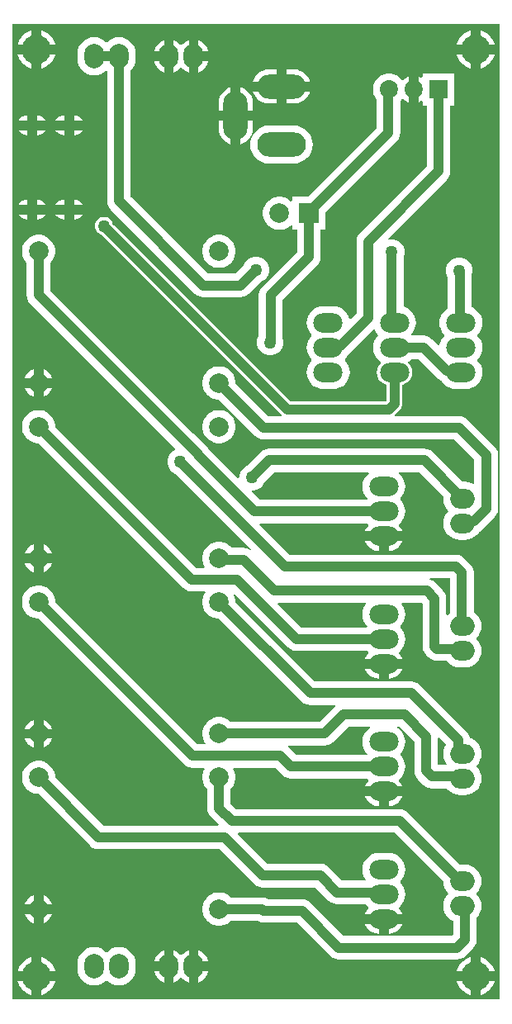
<source format=gbr>
G04*
G04 #@! TF.GenerationSoftware,Altium Limited,Altium Designer,24.2.2 (26)*
G04*
G04 Layer_Physical_Order=2*
G04 Layer_Color=16711680*
%FSLAX44Y44*%
%MOMM*%
G71*
G04*
G04 #@! TF.SameCoordinates,26981B9A-845B-47AF-AE02-24A449A504A3*
G04*
G04*
G04 #@! TF.FilePolarity,Positive*
G04*
G01*
G75*
%ADD38C,1.0000*%
%ADD40C,1.8600*%
%ADD41R,1.8600X1.8600*%
%ADD42O,2.0000X1.0000*%
%ADD43O,3.0000X2.0000*%
%ADD44O,5.0000X2.5000*%
%ADD45O,2.5000X5.0000*%
%ADD46O,2.0000X2.5000*%
%ADD47C,2.0000*%
%ADD48R,2.0000X2.0000*%
%ADD49O,2.5000X2.0000*%
%ADD50C,1.2700*%
%ADD51C,3.0000*%
G36*
X500000Y794D02*
X0D01*
Y1000709D01*
X205Y1000794D01*
X500000D01*
Y794D01*
D02*
G37*
%LPC*%
G36*
X109444Y987582D02*
X106111Y987254D01*
X102906Y986282D01*
X99953Y984703D01*
X97365Y982579D01*
X96123D01*
X93534Y984703D01*
X90581Y986282D01*
X87376Y987254D01*
X84044Y987582D01*
X80711Y987254D01*
X77506Y986282D01*
X74553Y984703D01*
X71965Y982579D01*
X69840Y979990D01*
X68262Y977037D01*
X67290Y973833D01*
X66961Y970500D01*
Y965500D01*
X67290Y962167D01*
X68262Y958963D01*
X69840Y956010D01*
X71965Y953421D01*
X74553Y951297D01*
X77506Y949718D01*
X80711Y948746D01*
X84044Y948418D01*
X87376Y948746D01*
X90581Y949718D01*
X93534Y951297D01*
X96070Y953378D01*
X96293Y953348D01*
X97340Y952903D01*
Y819557D01*
X97752Y816424D01*
X98961Y813505D01*
X100885Y810998D01*
X187442Y724442D01*
X189948Y722518D01*
X192867Y721309D01*
X196000Y720896D01*
X234000D01*
X237133Y721309D01*
X240052Y722518D01*
X242558Y724442D01*
X254503Y736385D01*
X255153Y736560D01*
X258197Y738317D01*
X260683Y740803D01*
X262440Y743847D01*
X263350Y747242D01*
Y750758D01*
X262440Y754153D01*
X260683Y757197D01*
X258197Y759683D01*
X255153Y761440D01*
X251758Y762350D01*
X248242D01*
X244847Y761440D01*
X241803Y759683D01*
X239317Y757197D01*
X237560Y754153D01*
X237386Y753503D01*
X228987Y745104D01*
X201014D01*
X121547Y824570D01*
Y953451D01*
X123647Y956010D01*
X125225Y958963D01*
X126198Y962167D01*
X126526Y965500D01*
Y970500D01*
X126198Y973833D01*
X125225Y977037D01*
X123647Y979990D01*
X121523Y982579D01*
X118934Y984703D01*
X115981Y986282D01*
X112776Y987254D01*
X109444Y987582D01*
D02*
G37*
G36*
X480000Y994397D02*
Y980000D01*
X494397D01*
X494231Y980834D01*
X492724Y984473D01*
X490535Y987749D01*
X487749Y990535D01*
X484473Y992723D01*
X480834Y994231D01*
X480000Y994397D01*
D02*
G37*
G36*
X470000D02*
X469166Y994231D01*
X465526Y992723D01*
X462251Y990535D01*
X459465Y987749D01*
X457276Y984473D01*
X455768Y980834D01*
X455603Y980000D01*
X470000D01*
Y994397D01*
D02*
G37*
G36*
X30000D02*
Y980000D01*
X44397D01*
X44232Y980834D01*
X42724Y984473D01*
X40535Y987749D01*
X37750Y990535D01*
X34474Y992723D01*
X30834Y994231D01*
X30000Y994397D01*
D02*
G37*
G36*
X20000D02*
X19166Y994231D01*
X15527Y992723D01*
X12251Y990535D01*
X9465Y987749D01*
X7276Y984473D01*
X5769Y980834D01*
X5603Y980000D01*
X20000D01*
Y994397D01*
D02*
G37*
G36*
X191000Y984658D02*
Y973000D01*
X200826D01*
X200783Y973440D01*
X199925Y976268D01*
X198532Y978874D01*
X196658Y981158D01*
X194374Y983032D01*
X191768Y984425D01*
X191000Y984658D01*
D02*
G37*
G36*
X155600Y984658D02*
X154832Y984425D01*
X152226Y983032D01*
X149942Y981158D01*
X148068Y978874D01*
X146675Y976268D01*
X145817Y973440D01*
X145774Y973000D01*
X155600D01*
Y984658D01*
D02*
G37*
G36*
X494397Y970000D02*
X480000D01*
Y955602D01*
X480834Y955768D01*
X484473Y957276D01*
X487749Y959465D01*
X490535Y962251D01*
X492724Y965526D01*
X494231Y969166D01*
X494397Y970000D01*
D02*
G37*
G36*
X470000D02*
X455603D01*
X455768Y969166D01*
X457276Y965526D01*
X459465Y962251D01*
X462251Y959465D01*
X465526Y957276D01*
X469166Y955768D01*
X470000Y955602D01*
Y970000D01*
D02*
G37*
G36*
X44397D02*
X30000D01*
Y955602D01*
X30834Y955768D01*
X34474Y957276D01*
X37750Y959465D01*
X40535Y962251D01*
X42724Y965526D01*
X44232Y969166D01*
X44397Y970000D01*
D02*
G37*
G36*
X20000D02*
X5603D01*
X5769Y969166D01*
X7276Y965526D01*
X9465Y962251D01*
X12251Y959465D01*
X15527Y957276D01*
X19166Y955768D01*
X20000Y955602D01*
Y970000D01*
D02*
G37*
G36*
X165600Y984658D02*
Y968000D01*
Y951342D01*
X166368Y951575D01*
X168974Y952968D01*
X171258Y954842D01*
X172482Y956333D01*
X174118D01*
X175342Y954842D01*
X177626Y952968D01*
X180232Y951575D01*
X181000Y951342D01*
Y968000D01*
Y984658D01*
X180232Y984425D01*
X177626Y983032D01*
X175342Y981158D01*
X174118Y979667D01*
X172482D01*
X171258Y981158D01*
X168974Y983032D01*
X166368Y984425D01*
X165600Y984658D01*
D02*
G37*
G36*
X155600Y963000D02*
X145774D01*
X145817Y962560D01*
X146675Y959732D01*
X148068Y957126D01*
X149942Y954842D01*
X152226Y952968D01*
X154832Y951575D01*
X155600Y951342D01*
Y963000D01*
D02*
G37*
G36*
X200826D02*
X191000D01*
Y951342D01*
X191768Y951575D01*
X194374Y952968D01*
X196658Y954842D01*
X198532Y957126D01*
X199925Y959732D01*
X200783Y962560D01*
X200826Y963000D01*
D02*
G37*
G36*
X453300Y950300D02*
X420700D01*
Y946725D01*
X419430Y945992D01*
X417119Y947326D01*
X416600Y947465D01*
Y934000D01*
Y920535D01*
X417119Y920675D01*
X419430Y922009D01*
X420700Y921275D01*
Y917700D01*
X424896D01*
Y855013D01*
X356442Y786559D01*
X354518Y784052D01*
X353309Y781133D01*
X352897Y778000D01*
Y704701D01*
X346906Y698710D01*
X345470Y699070D01*
X344782Y701337D01*
X343204Y704290D01*
X341079Y706879D01*
X338491Y709003D01*
X335537Y710582D01*
X332333Y711554D01*
X329000Y711882D01*
X319000D01*
X315668Y711554D01*
X312463Y710582D01*
X309510Y709003D01*
X306921Y706879D01*
X304797Y704290D01*
X303218Y701337D01*
X302246Y698133D01*
X301918Y694800D01*
X302246Y691467D01*
X303218Y688263D01*
X304797Y685310D01*
X306725Y682961D01*
X306859Y682100D01*
X306725Y681239D01*
X304797Y678890D01*
X303218Y675937D01*
X302246Y672733D01*
X301918Y669400D01*
X302246Y666067D01*
X303218Y662863D01*
X304797Y659910D01*
X306725Y657561D01*
X306859Y656700D01*
X306725Y655839D01*
X304797Y653490D01*
X303218Y650537D01*
X302246Y647333D01*
X301918Y644000D01*
X302246Y640667D01*
X303218Y637463D01*
X304797Y634510D01*
X306921Y631921D01*
X309510Y629797D01*
X312463Y628218D01*
X315668Y627246D01*
X319000Y626918D01*
X329000D01*
X332333Y627246D01*
X335537Y628218D01*
X338491Y629797D01*
X341079Y631921D01*
X343204Y634510D01*
X344782Y637463D01*
X345754Y640667D01*
X346083Y644000D01*
X345754Y647333D01*
X344782Y650537D01*
X343204Y653490D01*
X341276Y655839D01*
X341142Y656700D01*
X341276Y657561D01*
X343204Y659910D01*
X344404Y662156D01*
X345185Y662755D01*
X370098Y687668D01*
X371661Y687435D01*
X372797Y685310D01*
X374725Y682961D01*
X374859Y682100D01*
X374725Y681239D01*
X372797Y678890D01*
X371218Y675937D01*
X370246Y672733D01*
X369918Y669400D01*
X370246Y666067D01*
X371218Y662863D01*
X372797Y659910D01*
X374921Y657321D01*
X377510Y655197D01*
X378084Y654890D01*
X378188Y653624D01*
X377729Y653272D01*
X375645Y650556D01*
X374335Y647394D01*
X373888Y644000D01*
X374335Y640606D01*
X375645Y637444D01*
X377729Y634728D01*
X380444Y632645D01*
X383607Y631335D01*
X383931Y631292D01*
Y615200D01*
X382800Y614069D01*
X285342D01*
X103046Y796365D01*
X102713Y797609D01*
X101482Y799741D01*
X99741Y801482D01*
X97609Y802713D01*
X95231Y803350D01*
X92769D01*
X90391Y802713D01*
X88259Y801482D01*
X86518Y799741D01*
X85287Y797609D01*
X84650Y795231D01*
Y792769D01*
X85287Y790391D01*
X86518Y788259D01*
X88259Y786518D01*
X90391Y785287D01*
X91635Y784954D01*
X276215Y600374D01*
X276178Y599951D01*
X275890Y599104D01*
X263013D01*
X229000Y633116D01*
Y634674D01*
X228347Y637958D01*
X227065Y641052D01*
X225205Y643836D01*
X222837Y646204D01*
X220053Y648065D01*
X216959Y649346D01*
X213674Y649999D01*
X210326D01*
X207041Y649346D01*
X203948Y648065D01*
X201163Y646204D01*
X198795Y643836D01*
X196935Y641052D01*
X195653Y637958D01*
X195000Y634674D01*
Y631325D01*
X195653Y628041D01*
X196935Y624947D01*
X198795Y622163D01*
X201163Y619795D01*
X203948Y617934D01*
X207041Y616653D01*
X210326Y615999D01*
X211883D01*
X249441Y578442D01*
X251948Y576518D01*
X254867Y575309D01*
X257999Y574896D01*
X452987D01*
X473897Y553986D01*
Y530026D01*
X472627Y529265D01*
X470537Y530382D01*
X467333Y531354D01*
X464000Y531682D01*
X461535D01*
X431017Y562200D01*
X428510Y564124D01*
X425591Y565333D01*
X422458Y565746D01*
X263642D01*
X260509Y565333D01*
X257590Y564124D01*
X255083Y562200D01*
X241497Y548615D01*
X240847Y548440D01*
X237803Y546683D01*
X235317Y544197D01*
X233560Y541153D01*
X232650Y537757D01*
Y536126D01*
X231477Y535640D01*
X201133Y565984D01*
X199223Y568473D01*
X188474Y579222D01*
X185984Y581133D01*
X39104Y728013D01*
Y756062D01*
X40205Y757163D01*
X42065Y759947D01*
X43347Y763041D01*
X44000Y766326D01*
Y769674D01*
X43347Y772959D01*
X42065Y776052D01*
X40205Y778837D01*
X37837Y781205D01*
X35053Y783065D01*
X31959Y784346D01*
X28674Y785000D01*
X25326D01*
X22041Y784346D01*
X18948Y783065D01*
X16163Y781205D01*
X13795Y778837D01*
X11935Y776052D01*
X10654Y772959D01*
X10000Y769674D01*
Y766326D01*
X10654Y763041D01*
X11935Y759947D01*
X13795Y757163D01*
X14897Y756062D01*
Y723000D01*
X15309Y719867D01*
X16518Y716948D01*
X18442Y714441D01*
X166971Y565913D01*
X166636Y564451D01*
X164117Y562997D01*
X161632Y560511D01*
X159874Y557467D01*
X158964Y554072D01*
Y550556D01*
X159874Y547161D01*
X161632Y544117D01*
X164117Y541631D01*
X167162Y539874D01*
X167812Y539699D01*
X244671Y462840D01*
X243832Y461883D01*
X243052Y462482D01*
X240133Y463691D01*
X237000Y464104D01*
X225152D01*
X222837Y466418D01*
X220053Y468279D01*
X216959Y469561D01*
X213674Y470214D01*
X210326D01*
X207041Y469561D01*
X203948Y468279D01*
X201163Y466418D01*
X198795Y464051D01*
X196935Y461266D01*
X195653Y458172D01*
X195000Y454888D01*
Y451539D01*
X195653Y448255D01*
X196935Y445161D01*
X197419Y444437D01*
X196820Y443317D01*
X189014D01*
X44000Y588331D01*
Y589888D01*
X43347Y593172D01*
X42065Y596266D01*
X40205Y599051D01*
X37837Y601418D01*
X35053Y603279D01*
X31959Y604560D01*
X28674Y605214D01*
X25326D01*
X22041Y604560D01*
X18948Y603279D01*
X16163Y601418D01*
X13795Y599051D01*
X11935Y596266D01*
X10654Y593172D01*
X10000Y589888D01*
Y586539D01*
X10654Y583255D01*
X11935Y580161D01*
X13795Y577377D01*
X16163Y575009D01*
X18948Y573148D01*
X22041Y571867D01*
X25326Y571214D01*
X26883D01*
X175442Y422655D01*
X177948Y420732D01*
X180868Y419523D01*
X184000Y419110D01*
X197345D01*
X197944Y417990D01*
X196935Y416480D01*
X195653Y413386D01*
X195000Y410102D01*
Y406753D01*
X195653Y403469D01*
X196935Y400375D01*
X198795Y397591D01*
X201163Y395223D01*
X203948Y393362D01*
X207041Y392081D01*
X210326Y391428D01*
X211883D01*
X296869Y306441D01*
X299376Y304518D01*
X302295Y303309D01*
X305428Y302896D01*
X331210D01*
X331618Y301694D01*
X331441Y301558D01*
X315414Y285531D01*
X223938D01*
X222837Y286632D01*
X220053Y288493D01*
X216959Y289774D01*
X213674Y290428D01*
X210326D01*
X207041Y289774D01*
X203948Y288493D01*
X201163Y286632D01*
X198795Y284265D01*
X196935Y281480D01*
X195653Y278386D01*
X195000Y275102D01*
Y271753D01*
X195653Y268469D01*
X196935Y265375D01*
X197944Y263865D01*
X197345Y262745D01*
X189800D01*
X44000Y408545D01*
Y410102D01*
X43347Y413386D01*
X42065Y416480D01*
X40205Y419264D01*
X37837Y421632D01*
X35053Y423493D01*
X31959Y424774D01*
X28674Y425428D01*
X25326D01*
X22041Y424774D01*
X18948Y423493D01*
X16163Y421632D01*
X13795Y419264D01*
X11935Y416480D01*
X10654Y413386D01*
X10000Y410102D01*
Y406753D01*
X10654Y403469D01*
X11935Y400375D01*
X13795Y397591D01*
X16163Y395223D01*
X18948Y393362D01*
X22041Y392081D01*
X25326Y391428D01*
X26883D01*
X176228Y242083D01*
X178734Y240160D01*
X181654Y238950D01*
X184786Y238538D01*
X196820D01*
X197419Y237418D01*
X196935Y236694D01*
X195653Y233600D01*
X195000Y230316D01*
Y226967D01*
X195653Y223683D01*
X196935Y220589D01*
X198795Y217805D01*
X199897Y216703D01*
Y197000D01*
X200309Y193867D01*
X201518Y190948D01*
X203442Y188442D01*
X211606Y180277D01*
X211120Y179104D01*
X93655D01*
X44000Y228759D01*
Y230316D01*
X43347Y233600D01*
X42065Y236694D01*
X40205Y239478D01*
X37837Y241846D01*
X35053Y243707D01*
X31959Y244988D01*
X28674Y245641D01*
X25326D01*
X22041Y244988D01*
X18948Y243707D01*
X16163Y241846D01*
X13795Y239478D01*
X11935Y236694D01*
X10654Y233600D01*
X10000Y230316D01*
Y226967D01*
X10654Y223683D01*
X11935Y220589D01*
X13795Y217805D01*
X16163Y215437D01*
X18948Y213576D01*
X22041Y212295D01*
X25326Y211642D01*
X26883D01*
X80083Y158441D01*
X82590Y156518D01*
X85509Y155309D01*
X88642Y154896D01*
X212987D01*
X248442Y119441D01*
X250948Y117518D01*
X253867Y116309D01*
X257000Y115896D01*
X310987D01*
X324716Y102167D01*
X327223Y100244D01*
X330142Y99035D01*
X333274Y98622D01*
X362371D01*
X363921Y96733D01*
X365480Y95454D01*
Y94390D01*
X365271Y93983D01*
X363468Y91786D01*
X362075Y89180D01*
X361842Y88412D01*
X381000D01*
X400158D01*
X399925Y89180D01*
X398532Y91786D01*
X396730Y93983D01*
X396520Y94390D01*
Y95454D01*
X398079Y96733D01*
X400203Y99322D01*
X401782Y102275D01*
X402754Y105480D01*
X403082Y108812D01*
X402754Y112145D01*
X401782Y115349D01*
X400203Y118303D01*
X398276Y120652D01*
X398141Y121512D01*
X398276Y122373D01*
X400203Y124722D01*
X401782Y127675D01*
X402754Y130880D01*
X403082Y134212D01*
X402754Y137545D01*
X401782Y140749D01*
X400203Y143703D01*
X398079Y146291D01*
X395490Y148416D01*
X392537Y149994D01*
X389333Y150966D01*
X386000Y151294D01*
X376000D01*
X372667Y150966D01*
X369463Y149994D01*
X366510Y148416D01*
X363921Y146291D01*
X361797Y143703D01*
X360218Y140749D01*
X359246Y137545D01*
X358918Y134212D01*
X359246Y130880D01*
X360218Y127675D01*
X361797Y124722D01*
X362408Y123977D01*
X361865Y122829D01*
X338288D01*
X324558Y136559D01*
X322052Y138482D01*
X319133Y139691D01*
X316000Y140104D01*
X262013D01*
X231394Y170723D01*
X231880Y171896D01*
X392066D01*
X441922Y122041D01*
X442246Y118747D01*
X443218Y115543D01*
X444797Y112589D01*
X446725Y110240D01*
X446859Y109380D01*
X446725Y108519D01*
X444797Y106170D01*
X443218Y103217D01*
X442246Y100012D01*
X441918Y96680D01*
X442246Y93347D01*
X443218Y90143D01*
X444797Y87189D01*
X446921Y84601D01*
X449510Y82476D01*
X451897Y81201D01*
Y67014D01*
X450987Y66104D01*
X340013D01*
X305746Y100371D01*
X303240Y102294D01*
X300320Y103503D01*
X297188Y103916D01*
X262311D01*
X262041Y104123D01*
X259122Y105333D01*
X255989Y105745D01*
X223938D01*
X222837Y106846D01*
X220053Y108707D01*
X216959Y109988D01*
X213674Y110642D01*
X210326D01*
X207041Y109988D01*
X203948Y108707D01*
X201163Y106846D01*
X198795Y104478D01*
X196935Y101694D01*
X195653Y98600D01*
X195000Y95316D01*
Y91967D01*
X195653Y88683D01*
X196935Y85589D01*
X198795Y82805D01*
X201163Y80437D01*
X203948Y78576D01*
X207041Y77295D01*
X210326Y76642D01*
X213674D01*
X216959Y77295D01*
X220053Y78576D01*
X222837Y80437D01*
X223938Y81538D01*
X251496D01*
X251766Y81330D01*
X254686Y80121D01*
X257818Y79709D01*
X292174D01*
X326441Y45441D01*
X328948Y43518D01*
X331867Y42309D01*
X335000Y41896D01*
X456000D01*
X459133Y42309D01*
X462052Y43518D01*
X464558Y45441D01*
X472559Y53442D01*
X474482Y55948D01*
X475691Y58867D01*
X476104Y62000D01*
Y84630D01*
X478204Y87189D01*
X479782Y90143D01*
X480754Y93347D01*
X481082Y96680D01*
X480754Y100012D01*
X479782Y103217D01*
X478204Y106170D01*
X476276Y108519D01*
X476142Y109380D01*
X476276Y110240D01*
X478204Y112589D01*
X479782Y115543D01*
X480754Y118747D01*
X481082Y122080D01*
X480754Y125412D01*
X479782Y128617D01*
X478204Y131570D01*
X476079Y134159D01*
X473491Y136283D01*
X470537Y137862D01*
X467333Y138834D01*
X464000Y139162D01*
X459035D01*
X405639Y192558D01*
X403132Y194482D01*
X400213Y195691D01*
X397080Y196103D01*
X230014D01*
X224104Y202013D01*
Y216703D01*
X225205Y217805D01*
X227065Y220589D01*
X228347Y223683D01*
X229000Y226967D01*
Y230316D01*
X228347Y233600D01*
X227065Y236694D01*
X226582Y237418D01*
X227180Y238538D01*
X269885D01*
X277329Y231094D01*
X279836Y229170D01*
X282755Y227961D01*
X285888Y227549D01*
X363951D01*
X365480Y226294D01*
Y225230D01*
X365271Y224823D01*
X363468Y222626D01*
X362075Y220020D01*
X361842Y219252D01*
X381000D01*
X400158D01*
X399925Y220020D01*
X398532Y222626D01*
X396730Y224823D01*
X396520Y225230D01*
Y226294D01*
X398079Y227573D01*
X400203Y230162D01*
X401782Y233115D01*
X402754Y236320D01*
X403082Y239652D01*
X402754Y242985D01*
X401782Y246189D01*
X400203Y249143D01*
X398276Y251492D01*
X398141Y252352D01*
X398276Y253213D01*
X400203Y255562D01*
X401782Y258515D01*
X402754Y261720D01*
X403082Y265052D01*
X402754Y268385D01*
X401782Y271589D01*
X400203Y274543D01*
X398079Y277131D01*
X395490Y279256D01*
X394797Y279626D01*
X395115Y280896D01*
X396987D01*
X412303Y265580D01*
Y235291D01*
X412715Y232158D01*
X413925Y229239D01*
X415848Y226732D01*
X421706Y220875D01*
X424213Y218951D01*
X427132Y217742D01*
X430265Y217330D01*
X445371D01*
X446921Y215441D01*
X449510Y213316D01*
X452463Y211738D01*
X455668Y210766D01*
X459000Y210437D01*
X464000D01*
X467333Y210766D01*
X470537Y211738D01*
X473491Y213316D01*
X476079Y215441D01*
X478204Y218029D01*
X479782Y220983D01*
X480754Y224187D01*
X481082Y227520D01*
X480754Y230852D01*
X479782Y234057D01*
X478204Y237010D01*
X476276Y239359D01*
X476142Y240220D01*
X476276Y241080D01*
X478204Y243429D01*
X479782Y246383D01*
X480754Y249587D01*
X481082Y252920D01*
X480754Y256252D01*
X479782Y259457D01*
X478204Y262410D01*
X476079Y264999D01*
X473491Y267123D01*
X470537Y268702D01*
X469139Y269126D01*
X469054Y269770D01*
X467845Y272689D01*
X465921Y275196D01*
X417559Y323559D01*
X415052Y325482D01*
X412133Y326691D01*
X409000Y327104D01*
X310441D01*
X229000Y408545D01*
Y410102D01*
X228347Y413386D01*
X227390Y415697D01*
X228466Y416417D01*
X282949Y361934D01*
X285456Y360010D01*
X288375Y358801D01*
X291508Y358389D01*
X363951D01*
X365480Y357133D01*
Y356070D01*
X365271Y355663D01*
X363468Y353466D01*
X362075Y350860D01*
X361842Y350092D01*
X381000D01*
X400158D01*
X399925Y350860D01*
X398532Y353466D01*
X396730Y355663D01*
X396520Y356070D01*
Y357133D01*
X398079Y358413D01*
X400203Y361002D01*
X401782Y363955D01*
X402754Y367160D01*
X403082Y370492D01*
X402754Y373825D01*
X401782Y377029D01*
X400203Y379983D01*
X398276Y382332D01*
X398141Y383192D01*
X398276Y384053D01*
X400203Y386402D01*
X401782Y389355D01*
X402754Y392560D01*
X403082Y395892D01*
X402754Y399225D01*
X401782Y402429D01*
X400203Y405383D01*
X399082Y406748D01*
X399626Y407896D01*
X419987D01*
X420896Y406987D01*
Y362858D01*
X421309Y359725D01*
X422518Y356806D01*
X424441Y354299D01*
X427026Y351715D01*
X429533Y349791D01*
X432452Y348582D01*
X435585Y348170D01*
X445371D01*
X446921Y346281D01*
X449510Y344156D01*
X452463Y342578D01*
X455668Y341606D01*
X459000Y341277D01*
X464000D01*
X467333Y341606D01*
X470537Y342578D01*
X473491Y344156D01*
X476079Y346281D01*
X478204Y348869D01*
X479782Y351823D01*
X480754Y355027D01*
X481082Y358360D01*
X480754Y361692D01*
X479782Y364897D01*
X478204Y367850D01*
X476276Y370199D01*
X476142Y371060D01*
X476276Y371920D01*
X478204Y374269D01*
X479782Y377223D01*
X480754Y380427D01*
X481082Y383760D01*
X480754Y387092D01*
X479782Y390297D01*
X478204Y393250D01*
X476079Y395839D01*
X473491Y397963D01*
X473103Y398170D01*
Y439142D01*
X472691Y442275D01*
X471482Y445194D01*
X469558Y447701D01*
X463701Y453559D01*
X461194Y455482D01*
X458275Y456691D01*
X455142Y457104D01*
X284642D01*
X253690Y488055D01*
X254176Y489229D01*
X363951D01*
X365480Y487974D01*
Y486910D01*
X365271Y486503D01*
X363468Y484306D01*
X362075Y481700D01*
X361842Y480932D01*
X381000D01*
X400158D01*
X399925Y481700D01*
X398532Y484306D01*
X396730Y486503D01*
X396520Y486910D01*
Y487974D01*
X398079Y489253D01*
X400203Y491842D01*
X401782Y494795D01*
X402754Y498000D01*
X403082Y501332D01*
X402754Y504665D01*
X401782Y507869D01*
X400203Y510822D01*
X398276Y513172D01*
X398141Y514032D01*
X398276Y514893D01*
X400203Y517242D01*
X401782Y520195D01*
X402754Y523400D01*
X403082Y526732D01*
X402754Y530065D01*
X401782Y533269D01*
X400203Y536222D01*
X398079Y538811D01*
X396303Y540268D01*
X396758Y541538D01*
X417444D01*
X442139Y516844D01*
X441918Y514600D01*
X442246Y511267D01*
X443218Y508063D01*
X444797Y505109D01*
X446725Y502760D01*
X446859Y501900D01*
X446725Y501039D01*
X444797Y498690D01*
X443218Y495737D01*
X442246Y492532D01*
X441918Y489200D01*
X442246Y485867D01*
X443218Y482663D01*
X444797Y479709D01*
X446921Y477121D01*
X449510Y474996D01*
X452463Y473418D01*
X455668Y472446D01*
X459000Y472117D01*
X464000D01*
X467333Y472446D01*
X470537Y473418D01*
X473491Y474996D01*
X476079Y477121D01*
X478204Y479709D01*
X478563Y480382D01*
X479165Y480631D01*
X481671Y482555D01*
X494559Y495442D01*
X496482Y497948D01*
X497691Y500868D01*
X498104Y504000D01*
Y559000D01*
X497691Y562132D01*
X496482Y565051D01*
X494559Y567558D01*
X466558Y595559D01*
X464052Y597482D01*
X461133Y598691D01*
X458000Y599104D01*
X392252D01*
X391964Y599951D01*
X391927Y600374D01*
X397706Y606152D01*
X398988Y607823D01*
X399794Y609770D01*
X400069Y611858D01*
Y631292D01*
X400394Y631335D01*
X403556Y632645D01*
X406272Y634728D01*
X408356Y637444D01*
X409666Y640606D01*
X410112Y644000D01*
X409666Y647394D01*
X408356Y650556D01*
X406272Y653272D01*
X405813Y653624D01*
X405917Y654890D01*
X406491Y655197D01*
X409049Y657297D01*
X416987D01*
X436928Y637355D01*
X439435Y635431D01*
X440551Y634969D01*
X440797Y634510D01*
X442921Y631921D01*
X445510Y629797D01*
X448463Y628218D01*
X451668Y627246D01*
X455000Y626918D01*
X465000D01*
X468333Y627246D01*
X471537Y628218D01*
X474491Y629797D01*
X477079Y631921D01*
X479204Y634510D01*
X480782Y637463D01*
X481754Y640667D01*
X482083Y644000D01*
X481754Y647333D01*
X480782Y650537D01*
X479204Y653490D01*
X477276Y655839D01*
X477142Y656700D01*
X477276Y657561D01*
X479204Y659910D01*
X480782Y662863D01*
X481754Y666067D01*
X482083Y669400D01*
X481754Y672733D01*
X480782Y675937D01*
X479204Y678890D01*
X477276Y681239D01*
X477142Y682100D01*
X477276Y682961D01*
X479204Y685310D01*
X480782Y688263D01*
X481754Y691467D01*
X482083Y694800D01*
X481754Y698133D01*
X480782Y701337D01*
X479204Y704290D01*
X477079Y706879D01*
X474491Y709003D01*
X471537Y710582D01*
X470892Y710778D01*
Y743869D01*
X471622Y746592D01*
Y750108D01*
X470712Y753503D01*
X468954Y756547D01*
X466469Y759033D01*
X463425Y760790D01*
X460029Y761700D01*
X456514D01*
X453119Y760790D01*
X450075Y759033D01*
X447589Y756547D01*
X445831Y753503D01*
X444922Y750108D01*
Y746592D01*
X445831Y743197D01*
X446685Y741719D01*
Y709631D01*
X445510Y709003D01*
X442921Y706879D01*
X440797Y704290D01*
X439218Y701337D01*
X438246Y698133D01*
X437918Y694800D01*
X438246Y691467D01*
X439218Y688263D01*
X440797Y685310D01*
X442725Y682961D01*
X442859Y682100D01*
X442725Y681239D01*
X440797Y678890D01*
X439218Y675937D01*
X438246Y672733D01*
X438171Y671970D01*
X436975Y671542D01*
X430559Y677959D01*
X428052Y679882D01*
X425133Y681091D01*
X422000Y681504D01*
X409598D01*
X409152Y682550D01*
X409123Y682774D01*
X411204Y685310D01*
X412782Y688263D01*
X413754Y691467D01*
X414083Y694800D01*
X413754Y698133D01*
X412782Y701337D01*
X411204Y704290D01*
X409079Y706879D01*
X406491Y709003D01*
X403537Y710582D01*
X401104Y711320D01*
Y761415D01*
X401440Y761999D01*
X402350Y765394D01*
Y768909D01*
X401440Y772304D01*
X399683Y775349D01*
X397197Y777834D01*
X394153Y779592D01*
X390758Y780502D01*
X387243D01*
X386112Y780199D01*
X385454Y781337D01*
X445558Y841441D01*
X447482Y843948D01*
X448691Y846867D01*
X449103Y850000D01*
Y917700D01*
X453300D01*
Y950300D01*
D02*
G37*
G36*
X288500Y954584D02*
X281000D01*
Y942000D01*
X305271D01*
X304746Y943729D01*
X303121Y946769D01*
X300934Y949434D01*
X298270Y951621D01*
X295229Y953246D01*
X291931Y954246D01*
X288500Y954584D01*
D02*
G37*
G36*
X271000D02*
X263500D01*
X260069Y954246D01*
X256771Y953246D01*
X253731Y951621D01*
X251066Y949434D01*
X248879Y946769D01*
X247254Y943729D01*
X246729Y942000D01*
X271000D01*
Y954584D01*
D02*
G37*
G36*
X387805Y950300D02*
X384594D01*
X381445Y949674D01*
X378479Y948445D01*
X375809Y946661D01*
X373539Y944391D01*
X371755Y941721D01*
X370526Y938755D01*
X369900Y935605D01*
Y932395D01*
X370526Y929246D01*
X371755Y926279D01*
X373539Y923609D01*
X373596Y923552D01*
Y894713D01*
X302883Y824000D01*
X287000D01*
Y819701D01*
X285827Y819215D01*
X284837Y820205D01*
X282053Y822065D01*
X278959Y823347D01*
X275674Y824000D01*
X272326D01*
X269042Y823347D01*
X265948Y822065D01*
X263163Y820205D01*
X260795Y817837D01*
X258935Y815053D01*
X257654Y811959D01*
X257000Y808675D01*
Y805326D01*
X257654Y802041D01*
X258935Y798948D01*
X260795Y796163D01*
X263163Y793795D01*
X265948Y791935D01*
X269042Y790654D01*
X272326Y790000D01*
X275674D01*
X278959Y790654D01*
X282053Y791935D01*
X284837Y793795D01*
X285827Y794785D01*
X287000Y794299D01*
Y790000D01*
X291897D01*
Y767014D01*
X256441Y731559D01*
X254518Y729052D01*
X253309Y726133D01*
X252896Y723000D01*
Y681310D01*
X252043Y679831D01*
X251133Y676436D01*
Y672921D01*
X252043Y669525D01*
X253801Y666481D01*
X256286Y663996D01*
X259330Y662238D01*
X262726Y661328D01*
X266241D01*
X269636Y662238D01*
X272680Y663996D01*
X275166Y666481D01*
X276923Y669525D01*
X277833Y672921D01*
Y676436D01*
X277104Y679159D01*
Y717987D01*
X312559Y753442D01*
X314482Y755948D01*
X315691Y758867D01*
X316104Y762000D01*
Y790000D01*
X321000D01*
Y807883D01*
X394258Y881141D01*
X396182Y883648D01*
X397391Y886567D01*
X397803Y889700D01*
Y922552D01*
X398861Y923609D01*
X399305Y924275D01*
X400940Y924436D01*
X402819Y922557D01*
X406080Y920675D01*
X406600Y920535D01*
Y934000D01*
Y947465D01*
X406080Y947326D01*
X402819Y945443D01*
X400940Y943564D01*
X399305Y943725D01*
X398861Y944391D01*
X396590Y946661D01*
X393921Y948445D01*
X390954Y949674D01*
X387805Y950300D01*
D02*
G37*
G36*
X305271Y932000D02*
X281000D01*
Y919415D01*
X288500D01*
X291931Y919753D01*
X295229Y920753D01*
X298270Y922378D01*
X300934Y924565D01*
X303121Y927230D01*
X304746Y930270D01*
X305271Y932000D01*
D02*
G37*
G36*
X271000D02*
X246729D01*
X247254Y930270D01*
X248879Y927230D01*
X251066Y924565D01*
X253731Y922378D01*
X256771Y920753D01*
X260069Y919753D01*
X263500Y919415D01*
X271000D01*
Y932000D01*
D02*
G37*
G36*
X234100Y936310D02*
Y912039D01*
X246685D01*
Y919539D01*
X246347Y922970D01*
X245346Y926269D01*
X243721Y929309D01*
X241534Y931974D01*
X238869Y934161D01*
X235829Y935786D01*
X234100Y936310D01*
D02*
G37*
G36*
X224100Y936310D02*
X222371Y935786D01*
X219331Y934161D01*
X216666Y931974D01*
X214479Y929309D01*
X212854Y926269D01*
X211853Y922970D01*
X211515Y919539D01*
Y912039D01*
X224100D01*
Y936310D01*
D02*
G37*
G36*
X63329Y907286D02*
X63329D01*
Y902200D01*
X72082D01*
X72064Y902243D01*
X70461Y904332D01*
X68373Y905935D01*
X65940Y906943D01*
X63329Y907286D01*
D02*
G37*
G36*
X53329D02*
X53329D01*
X50719Y906943D01*
X48286Y905935D01*
X46197Y904332D01*
X44594Y902243D01*
X44577Y902200D01*
X53329D01*
Y907286D01*
D02*
G37*
G36*
X25329D02*
X25329D01*
Y902200D01*
X34082D01*
X34064Y902243D01*
X32461Y904332D01*
X30373Y905935D01*
X27940Y906943D01*
X25329Y907286D01*
D02*
G37*
G36*
X15329D02*
X15329D01*
X12719Y906943D01*
X10286Y905935D01*
X8197Y904332D01*
X6594Y902243D01*
X6576Y902200D01*
X15329D01*
Y907286D01*
D02*
G37*
G36*
X72082Y892200D02*
X63329D01*
Y887114D01*
X63329D01*
X65940Y887457D01*
X68373Y888465D01*
X70461Y890068D01*
X72064Y892157D01*
X72082Y892200D01*
D02*
G37*
G36*
X53329D02*
X44577D01*
X44594Y892157D01*
X46197Y890068D01*
X48286Y888465D01*
X50719Y887457D01*
X53329Y887114D01*
X53329D01*
Y892200D01*
D02*
G37*
G36*
X34082D02*
X25329D01*
Y887114D01*
X25329D01*
X27940Y887457D01*
X30373Y888465D01*
X32461Y890068D01*
X34064Y892157D01*
X34082Y892200D01*
D02*
G37*
G36*
X15329D02*
X6576D01*
X6594Y892157D01*
X8197Y890068D01*
X10286Y888465D01*
X12719Y887457D01*
X15329Y887114D01*
X15329D01*
Y892200D01*
D02*
G37*
G36*
X224100Y902039D02*
X211515D01*
Y894539D01*
X211853Y891109D01*
X212854Y887810D01*
X214479Y884770D01*
X216666Y882105D01*
X219331Y879918D01*
X222371Y878293D01*
X224100Y877769D01*
Y902039D01*
D02*
G37*
G36*
X246685D02*
X234100D01*
Y877769D01*
X235829Y878293D01*
X238869Y879918D01*
X241534Y882105D01*
X243721Y884770D01*
X245346Y887810D01*
X246347Y891109D01*
X246685Y894539D01*
Y902039D01*
D02*
G37*
G36*
X288500Y897044D02*
X263500D01*
X259677Y896667D01*
X256002Y895552D01*
X252614Y893742D01*
X249645Y891305D01*
X247208Y888336D01*
X245397Y884948D01*
X244282Y881272D01*
X243906Y877449D01*
X244282Y873627D01*
X245397Y869951D01*
X247208Y866563D01*
X249645Y863594D01*
X252614Y861157D01*
X256002Y859347D01*
X259677Y858232D01*
X263500Y857855D01*
X288500D01*
X292323Y858232D01*
X295998Y859347D01*
X299386Y861157D01*
X302355Y863594D01*
X304792Y866563D01*
X306603Y869951D01*
X307718Y873627D01*
X308094Y877449D01*
X307718Y881272D01*
X306603Y884948D01*
X304792Y888336D01*
X302355Y891305D01*
X299386Y893742D01*
X295998Y895552D01*
X292323Y896667D01*
X288500Y897044D01*
D02*
G37*
G36*
X63329Y820886D02*
X63329D01*
Y815800D01*
X72082D01*
X72064Y815843D01*
X70461Y817932D01*
X68373Y819535D01*
X65940Y820543D01*
X63329Y820886D01*
D02*
G37*
G36*
X53329D02*
X53329D01*
X50719Y820543D01*
X48286Y819535D01*
X46197Y817932D01*
X44594Y815843D01*
X44577Y815800D01*
X53329D01*
Y820886D01*
D02*
G37*
G36*
X25329D02*
X25329D01*
Y815800D01*
X34082D01*
X34064Y815843D01*
X32461Y817932D01*
X30373Y819535D01*
X27940Y820543D01*
X25329Y820886D01*
D02*
G37*
G36*
X15329D02*
X15329D01*
X12719Y820543D01*
X10286Y819535D01*
X8197Y817932D01*
X6594Y815843D01*
X6576Y815800D01*
X15329D01*
Y820886D01*
D02*
G37*
G36*
X72082Y805800D02*
X63329D01*
Y800714D01*
X63329D01*
X65940Y801057D01*
X68373Y802065D01*
X70461Y803668D01*
X72064Y805757D01*
X72082Y805800D01*
D02*
G37*
G36*
X53329D02*
X44577D01*
X44594Y805757D01*
X46197Y803668D01*
X48286Y802065D01*
X50719Y801057D01*
X53329Y800714D01*
X53329D01*
Y805800D01*
D02*
G37*
G36*
X34082D02*
X25329D01*
Y800714D01*
X25329D01*
X27940Y801057D01*
X30373Y802065D01*
X32461Y803668D01*
X34064Y805757D01*
X34082Y805800D01*
D02*
G37*
G36*
X15329D02*
X6576D01*
X6594Y805757D01*
X8197Y803668D01*
X10286Y802065D01*
X12719Y801057D01*
X15329Y800714D01*
X15329D01*
Y805800D01*
D02*
G37*
G36*
X213674Y785000D02*
X210326D01*
X207041Y784346D01*
X203948Y783065D01*
X201163Y781205D01*
X198795Y778837D01*
X196935Y776052D01*
X195653Y772959D01*
X195000Y769674D01*
Y766326D01*
X195653Y763041D01*
X196935Y759947D01*
X198795Y757163D01*
X201163Y754795D01*
X203948Y752935D01*
X207041Y751653D01*
X210326Y751000D01*
X213674D01*
X216959Y751653D01*
X220053Y752935D01*
X222837Y754795D01*
X225205Y757163D01*
X227065Y759947D01*
X228347Y763041D01*
X229000Y766326D01*
Y769674D01*
X228347Y772959D01*
X227065Y776052D01*
X225205Y778837D01*
X222837Y781205D01*
X220053Y783065D01*
X216959Y784346D01*
X213674Y785000D01*
D02*
G37*
G36*
X32000Y647164D02*
Y637999D01*
X41165D01*
X40293Y640105D01*
X38651Y642561D01*
X36562Y644651D01*
X34105Y646292D01*
X32000Y647164D01*
D02*
G37*
G36*
X22000D02*
X19895Y646292D01*
X17438Y644651D01*
X15349Y642561D01*
X13707Y640105D01*
X12835Y637999D01*
X22000D01*
Y647164D01*
D02*
G37*
G36*
X41165Y627999D02*
X32000D01*
Y618835D01*
X34105Y619706D01*
X36562Y621348D01*
X38651Y623437D01*
X40293Y625894D01*
X41165Y627999D01*
D02*
G37*
G36*
X22000D02*
X12835D01*
X13707Y625894D01*
X15349Y623437D01*
X17438Y621348D01*
X19895Y619706D01*
X22000Y618835D01*
Y627999D01*
D02*
G37*
G36*
X213674Y605214D02*
X210326D01*
X207041Y604560D01*
X203948Y603279D01*
X201163Y601418D01*
X198795Y599051D01*
X196935Y596266D01*
X195653Y593172D01*
X195000Y589888D01*
Y586539D01*
X195653Y583255D01*
X196935Y580161D01*
X198795Y577377D01*
X201163Y575009D01*
X203948Y573148D01*
X207041Y571867D01*
X210326Y571214D01*
X213674D01*
X216959Y571867D01*
X220053Y573148D01*
X222837Y575009D01*
X225205Y577377D01*
X227065Y580161D01*
X228347Y583255D01*
X229000Y586539D01*
Y589888D01*
X228347Y593172D01*
X227065Y596266D01*
X225205Y599051D01*
X222837Y601418D01*
X220053Y603279D01*
X216959Y604560D01*
X213674Y605214D01*
D02*
G37*
G36*
X400158Y470932D02*
X386000D01*
Y460860D01*
X388941Y461149D01*
X391768Y462007D01*
X394374Y463400D01*
X396658Y465274D01*
X398532Y467558D01*
X399925Y470164D01*
X400158Y470932D01*
D02*
G37*
G36*
X376000D02*
X361842D01*
X362075Y470164D01*
X363468Y467558D01*
X365342Y465274D01*
X367626Y463400D01*
X370232Y462007D01*
X373060Y461149D01*
X376000Y460860D01*
X376000D01*
Y470932D01*
D02*
G37*
G36*
X32000Y467379D02*
Y458214D01*
X41165D01*
X40293Y460319D01*
X38651Y462776D01*
X36562Y464865D01*
X34105Y466507D01*
X32000Y467379D01*
D02*
G37*
G36*
X22000D02*
X19895Y466507D01*
X17438Y464865D01*
X15349Y462776D01*
X13707Y460319D01*
X12835Y458214D01*
X22000D01*
Y467379D01*
D02*
G37*
G36*
X41165Y448214D02*
X32000D01*
Y439049D01*
X34105Y439921D01*
X36562Y441562D01*
X38651Y443652D01*
X40293Y446109D01*
X41165Y448214D01*
D02*
G37*
G36*
X22000D02*
X12835D01*
X13707Y446109D01*
X15349Y443652D01*
X17438Y441562D01*
X19895Y439921D01*
X22000Y439049D01*
Y448214D01*
D02*
G37*
G36*
X400158Y340092D02*
X386000D01*
Y330020D01*
X388941Y330309D01*
X391768Y331167D01*
X394374Y332560D01*
X396658Y334434D01*
X398532Y336718D01*
X399925Y339324D01*
X400158Y340092D01*
D02*
G37*
G36*
X376000D02*
X361842D01*
X362075Y339324D01*
X363468Y336718D01*
X365342Y334434D01*
X367626Y332560D01*
X370232Y331167D01*
X373060Y330309D01*
X376000Y330020D01*
X376000D01*
Y340092D01*
D02*
G37*
G36*
X32000Y287592D02*
Y278428D01*
X41165D01*
X40293Y280533D01*
X38651Y282990D01*
X36562Y285079D01*
X34105Y286721D01*
X32000Y287592D01*
D02*
G37*
G36*
X22000D02*
X19895Y286721D01*
X17438Y285079D01*
X15349Y282990D01*
X13707Y280533D01*
X12835Y278428D01*
X22000D01*
Y287592D01*
D02*
G37*
G36*
X41165Y268428D02*
X32000D01*
Y259263D01*
X34105Y260135D01*
X36562Y261776D01*
X38651Y263866D01*
X40293Y266322D01*
X41165Y268428D01*
D02*
G37*
G36*
X22000D02*
X12835D01*
X13707Y266322D01*
X15349Y263866D01*
X17438Y261776D01*
X19895Y260135D01*
X22000Y259263D01*
Y268428D01*
D02*
G37*
G36*
X400158Y209252D02*
X386000D01*
Y199180D01*
X388941Y199469D01*
X391768Y200327D01*
X394374Y201720D01*
X396658Y203594D01*
X398532Y205878D01*
X399925Y208484D01*
X400158Y209252D01*
D02*
G37*
G36*
X376000D02*
X361842D01*
X362075Y208484D01*
X363468Y205878D01*
X365342Y203594D01*
X367626Y201720D01*
X370232Y200327D01*
X373060Y199469D01*
X376000Y199180D01*
X376000D01*
Y209252D01*
D02*
G37*
G36*
X32000Y107806D02*
Y98642D01*
X41165D01*
X40293Y100747D01*
X38651Y103203D01*
X36562Y105293D01*
X34105Y106934D01*
X32000Y107806D01*
D02*
G37*
G36*
X22000D02*
X19895Y106934D01*
X17438Y105293D01*
X15349Y103203D01*
X13707Y100747D01*
X12835Y98642D01*
X22000D01*
Y107806D01*
D02*
G37*
G36*
X41165Y88642D02*
X32000D01*
Y79477D01*
X34105Y80349D01*
X36562Y81990D01*
X38651Y84080D01*
X40293Y86536D01*
X41165Y88642D01*
D02*
G37*
G36*
X22000D02*
X12835D01*
X13707Y86536D01*
X15349Y84080D01*
X17438Y81990D01*
X19895Y80349D01*
X22000Y79477D01*
Y88642D01*
D02*
G37*
G36*
X400158Y78412D02*
X386000D01*
Y68340D01*
X388941Y68629D01*
X391768Y69487D01*
X394374Y70880D01*
X396658Y72754D01*
X398532Y75038D01*
X399925Y77644D01*
X400158Y78412D01*
D02*
G37*
G36*
X376000D02*
X361842D01*
X362075Y77644D01*
X363468Y75038D01*
X365342Y72754D01*
X367626Y70880D01*
X370232Y69487D01*
X373060Y68629D01*
X376000Y68340D01*
X376000D01*
Y78412D01*
D02*
G37*
G36*
X109444Y54582D02*
X106111Y54254D01*
X102906Y53282D01*
X99953Y51703D01*
X97604Y49775D01*
X96743Y49641D01*
X95883Y49775D01*
X93534Y51703D01*
X90581Y53282D01*
X87376Y54254D01*
X84044Y54582D01*
X80711Y54254D01*
X77506Y53282D01*
X74553Y51703D01*
X71965Y49579D01*
X69840Y46990D01*
X68262Y44037D01*
X67290Y40832D01*
X66961Y37500D01*
Y32500D01*
X67290Y29167D01*
X68262Y25963D01*
X69840Y23009D01*
X71965Y20421D01*
X74553Y18296D01*
X77506Y16718D01*
X80711Y15746D01*
X84044Y15417D01*
X87376Y15746D01*
X90581Y16718D01*
X93534Y18296D01*
X95883Y20224D01*
X96743Y20358D01*
X97604Y20224D01*
X99953Y18296D01*
X102906Y16718D01*
X106111Y15746D01*
X109444Y15417D01*
X112776Y15746D01*
X115981Y16718D01*
X118934Y18296D01*
X121523Y20421D01*
X123647Y23009D01*
X125225Y25963D01*
X126198Y29167D01*
X126526Y32500D01*
Y37500D01*
X126198Y40832D01*
X125225Y44037D01*
X123647Y46990D01*
X121523Y49579D01*
X118934Y51703D01*
X115981Y53282D01*
X112776Y54254D01*
X109444Y54582D01*
D02*
G37*
G36*
X181000Y51658D02*
X180232Y51425D01*
X177626Y50032D01*
X175342Y48158D01*
X174118Y46666D01*
X172482D01*
X171258Y48158D01*
X168974Y50032D01*
X166368Y51425D01*
X165600Y51658D01*
Y35000D01*
Y18341D01*
X166368Y18574D01*
X168974Y19967D01*
X171258Y21842D01*
X172482Y23333D01*
X174118D01*
X175342Y21842D01*
X177626Y19967D01*
X180232Y18574D01*
X181000Y18341D01*
Y35000D01*
Y51658D01*
D02*
G37*
G36*
X191000D02*
Y40000D01*
X200826D01*
X200783Y40440D01*
X199925Y43268D01*
X198532Y45873D01*
X196658Y48158D01*
X194374Y50032D01*
X191768Y51425D01*
X191000Y51658D01*
D02*
G37*
G36*
X155600D02*
X154832Y51425D01*
X152226Y50032D01*
X149942Y48158D01*
X148068Y45873D01*
X146675Y43268D01*
X145817Y40440D01*
X145774Y40000D01*
X155600D01*
Y51658D01*
D02*
G37*
G36*
X480000Y44397D02*
Y30000D01*
X494397D01*
X494231Y30833D01*
X492724Y34473D01*
X490535Y37749D01*
X487749Y40535D01*
X484473Y42723D01*
X480834Y44231D01*
X480000Y44397D01*
D02*
G37*
G36*
X470000D02*
X469166Y44231D01*
X465526Y42723D01*
X462251Y40535D01*
X459465Y37749D01*
X457276Y34473D01*
X455768Y30833D01*
X455603Y30000D01*
X470000D01*
Y44397D01*
D02*
G37*
G36*
X30000D02*
Y30000D01*
X44397D01*
X44232Y30833D01*
X42724Y34473D01*
X40535Y37749D01*
X37750Y40535D01*
X34474Y42723D01*
X30834Y44231D01*
X30000Y44397D01*
D02*
G37*
G36*
X20000D02*
X19166Y44231D01*
X15527Y42723D01*
X12251Y40535D01*
X9465Y37749D01*
X7276Y34473D01*
X5769Y30833D01*
X5603Y30000D01*
X20000D01*
Y44397D01*
D02*
G37*
G36*
X200826Y30000D02*
X191000D01*
Y18341D01*
X191768Y18574D01*
X194374Y19967D01*
X196658Y21842D01*
X198532Y24126D01*
X199925Y26732D01*
X200783Y29559D01*
X200826Y30000D01*
D02*
G37*
G36*
X155600D02*
X145774D01*
X145817Y29559D01*
X146675Y26732D01*
X148068Y24126D01*
X149942Y21842D01*
X152226Y19967D01*
X154832Y18574D01*
X155600Y18341D01*
Y30000D01*
D02*
G37*
G36*
X44397Y20000D02*
X30000D01*
Y5602D01*
X30834Y5768D01*
X34474Y7276D01*
X37750Y9465D01*
X40535Y12250D01*
X42724Y15526D01*
X44232Y19166D01*
X44397Y20000D01*
D02*
G37*
G36*
X20000D02*
X5603D01*
X5769Y19166D01*
X7276Y15526D01*
X9465Y12250D01*
X12251Y9465D01*
X15527Y7276D01*
X19166Y5768D01*
X20000Y5602D01*
Y20000D01*
D02*
G37*
G36*
X494397D02*
X480000D01*
Y5602D01*
X480834Y5768D01*
X484473Y7276D01*
X487749Y9465D01*
X490535Y12250D01*
X492724Y15526D01*
X494231Y19166D01*
X494397Y20000D01*
D02*
G37*
G36*
X470000D02*
X455603D01*
X455768Y19166D01*
X457276Y15526D01*
X459465Y12250D01*
X462251Y9465D01*
X465526Y7276D01*
X469166Y5768D01*
X470000Y5602D01*
Y20000D01*
D02*
G37*
%LPD*%
G36*
X365697Y540268D02*
X363921Y538811D01*
X361797Y536222D01*
X360218Y533269D01*
X359246Y530065D01*
X358918Y526732D01*
X359246Y523400D01*
X360218Y520195D01*
X361797Y517242D01*
X363878Y514706D01*
X363848Y514482D01*
X363402Y513436D01*
X253681D01*
X245640Y521477D01*
X246126Y522650D01*
X247757D01*
X251153Y523560D01*
X254197Y525317D01*
X256683Y527803D01*
X258440Y530847D01*
X258615Y531497D01*
X268655Y541538D01*
X365242D01*
X365697Y540268D01*
D02*
G37*
G36*
X448896Y397460D02*
X446921Y395839D01*
X446299Y395081D01*
X445104Y395509D01*
Y412000D01*
X444691Y415133D01*
X443482Y418052D01*
X441558Y420559D01*
X433559Y428559D01*
X431052Y430482D01*
X428133Y431691D01*
X428392Y432896D01*
X448896D01*
Y397460D01*
D02*
G37*
G36*
X362918Y406748D02*
X361797Y405383D01*
X360218Y402429D01*
X359246Y399225D01*
X358918Y395892D01*
X359246Y392560D01*
X360218Y389355D01*
X361797Y386402D01*
X363878Y383866D01*
X363848Y383643D01*
X363402Y382596D01*
X296521D01*
X272394Y406723D01*
X272880Y407896D01*
X362374D01*
X362918Y406748D01*
D02*
G37*
G36*
X367203Y279626D02*
X366510Y279256D01*
X363921Y277131D01*
X361797Y274543D01*
X360218Y271589D01*
X359246Y268385D01*
X358918Y265052D01*
X359246Y261720D01*
X360218Y258515D01*
X361797Y255562D01*
X363878Y253026D01*
X363848Y252803D01*
X363402Y251756D01*
X290901D01*
X283457Y259200D01*
X282344Y260054D01*
X282775Y261324D01*
X320428D01*
X323560Y261737D01*
X326479Y262946D01*
X328986Y264869D01*
X345014Y280896D01*
X366885D01*
X367203Y279626D01*
D02*
G37*
G36*
X444684Y262199D02*
X443218Y259457D01*
X442246Y256252D01*
X441918Y252920D01*
X442246Y249587D01*
X443218Y246383D01*
X444797Y243429D01*
X445408Y242685D01*
X444865Y241537D01*
X436510D01*
Y268713D01*
X437683Y269200D01*
X444684Y262199D01*
D02*
G37*
D38*
X437000Y850000D02*
Y934000D01*
X365000Y778000D02*
X437000Y850000D01*
X316000Y128000D02*
X333274Y110726D01*
X379087D01*
X257000Y128000D02*
X316000D01*
X379087Y110726D02*
X381000Y108812D01*
X218000Y167000D02*
X257000Y128000D01*
X297188Y91812D02*
X335000Y54000D01*
X255989Y93642D02*
X257818Y91812D01*
X88642Y167000D02*
X218000D01*
X212000Y93642D02*
X255989D01*
X257818Y91812D02*
X297188D01*
X27000Y228641D02*
X88642Y167000D01*
X461500Y96680D02*
X464000Y94180D01*
Y62000D02*
Y94180D01*
X335000Y54000D02*
X456000D01*
X464000Y62000D01*
X225000Y184000D02*
X397080D01*
X459000Y122080D01*
X461500D01*
X212000Y197000D02*
X225000Y184000D01*
X212000Y197000D02*
Y228641D01*
X274898Y250642D02*
X285888Y239652D01*
X184786Y250642D02*
X274898D01*
X285888Y239652D02*
X381000D01*
X27000Y408428D02*
X184786Y250642D01*
X402000Y293000D02*
X424407Y270593D01*
X340000Y293000D02*
X402000D01*
X320428Y273428D02*
X340000Y293000D01*
X424407Y235291D02*
Y270593D01*
X457363Y257057D02*
X461500Y252920D01*
X305428Y315000D02*
X409000D01*
X457363Y266637D01*
Y257057D02*
Y266637D01*
X430265Y229433D02*
X459587D01*
X424407Y235291D02*
X430265Y229433D01*
X459587D02*
X461500Y227520D01*
X212000Y273428D02*
X320428D01*
X212000Y408428D02*
X305428Y315000D01*
X230786Y431214D02*
X291508Y370492D01*
X381000D01*
X184000Y431214D02*
X230786D01*
X27000Y588214D02*
X184000Y431214D01*
X459587Y360273D02*
X461500Y358360D01*
X435585Y360273D02*
X459587D01*
X433000Y362858D02*
X435585Y360273D01*
X433000Y362858D02*
Y412000D01*
X425000Y420000D02*
X433000Y412000D01*
X269000Y420000D02*
X425000D01*
X237000Y452000D02*
X269000Y420000D01*
X213214Y452000D02*
X237000D01*
X212000Y453214D02*
X213214Y452000D01*
X172314Y552314D02*
X279628Y445000D01*
X455142D01*
X461000Y384260D02*
Y439142D01*
X455142Y445000D02*
X461000Y439142D01*
Y384260D02*
X461500Y383760D01*
X179915Y570664D02*
X190664Y559915D01*
Y559336D02*
X248668Y501332D01*
X190664Y559336D02*
Y559915D01*
X27000Y723000D02*
X179336Y570664D01*
X179915D01*
X422458Y553642D02*
X461500Y514600D01*
X263642Y553642D02*
X422458D01*
X246000Y536000D02*
X263642Y553642D01*
X473113Y491113D02*
X486000Y504000D01*
X463414Y491113D02*
X473113D01*
X486000Y504000D02*
Y559000D01*
X458000Y587000D02*
X486000Y559000D01*
X257999Y587000D02*
X458000D01*
X461500Y489200D02*
X463414Y491113D01*
X212000Y632999D02*
X257999Y587000D01*
X248668Y501332D02*
X381000D01*
X27000Y723000D02*
Y768000D01*
X304000Y807000D02*
X309000Y812000D01*
X264483Y674678D02*
X265000Y675195D01*
Y723000D01*
X304000Y762000D01*
Y807000D01*
X234000Y733000D02*
X250000Y749000D01*
X196000Y733000D02*
X234000D01*
X109444Y819557D02*
X196000Y733000D01*
X109444Y819557D02*
Y968000D01*
X458272Y748350D02*
X458788Y747833D01*
Y696012D02*
X460000Y694800D01*
X458788Y696012D02*
Y747833D01*
X389000Y697800D02*
Y767152D01*
X84044Y968000D02*
X109444D01*
X94000Y794000D02*
X282000Y606000D01*
X386142D01*
X392000Y644000D02*
X392000Y644000D01*
X386142Y606000D02*
X392000Y611858D01*
Y644000D01*
X309000Y812000D02*
Y813000D01*
X385700Y889700D01*
Y933500D01*
X389000Y697800D02*
X392000Y694800D01*
X365000Y699687D02*
Y778000D01*
X336627Y671313D02*
X365000Y699687D01*
X445487Y645913D02*
X458087D01*
X392000Y669400D02*
X422000D01*
X445487Y645913D01*
X458087D02*
X460000Y644000D01*
X385700Y933500D02*
X386200Y934000D01*
X324000Y669400D02*
X325914Y671313D01*
X336627D01*
D40*
X386200Y934000D02*
D03*
X411600D02*
D03*
D41*
X437000D02*
D03*
D42*
X20329Y810800D02*
D03*
Y897200D02*
D03*
X58329Y810800D02*
D03*
Y897200D02*
D03*
D43*
X392000Y694800D02*
D03*
Y669400D02*
D03*
Y644000D02*
D03*
X381000Y475932D02*
D03*
Y501332D02*
D03*
Y526732D02*
D03*
X460000Y694800D02*
D03*
Y669400D02*
D03*
Y644000D02*
D03*
X324000Y694800D02*
D03*
Y669400D02*
D03*
Y644000D02*
D03*
X381000Y83412D02*
D03*
Y108812D02*
D03*
Y134212D02*
D03*
Y214252D02*
D03*
Y239652D02*
D03*
Y265052D02*
D03*
Y345092D02*
D03*
Y370492D02*
D03*
Y395892D02*
D03*
D44*
X276000Y877449D02*
D03*
Y937000D02*
D03*
D45*
X229100Y907039D02*
D03*
D46*
X160600Y968000D02*
D03*
X186000D02*
D03*
X109444Y35000D02*
D03*
X84044D02*
D03*
X186000D02*
D03*
X160600D02*
D03*
X84044Y968000D02*
D03*
X109444D02*
D03*
D47*
X27000Y93642D02*
D03*
Y228641D02*
D03*
X212000D02*
D03*
Y93642D02*
D03*
Y273428D02*
D03*
Y408428D02*
D03*
X27000D02*
D03*
Y273428D02*
D03*
X212000Y453214D02*
D03*
Y588214D02*
D03*
X27000D02*
D03*
Y453214D02*
D03*
X274000Y807000D02*
D03*
X212000Y632999D02*
D03*
Y768000D02*
D03*
X27000D02*
D03*
Y632999D02*
D03*
D48*
X304000Y807000D02*
D03*
D49*
X461500Y252920D02*
D03*
Y227520D02*
D03*
Y383760D02*
D03*
Y358360D02*
D03*
Y489200D02*
D03*
Y514600D02*
D03*
Y96680D02*
D03*
Y122080D02*
D03*
D50*
X172314Y552314D02*
D03*
X246000Y536000D02*
D03*
X264483Y674678D02*
D03*
X250000Y749000D02*
D03*
X458272Y748350D02*
D03*
X389000Y767152D02*
D03*
X94000Y794000D02*
D03*
D51*
X25000Y25000D02*
D03*
X475000Y975000D02*
D03*
X25000D02*
D03*
X475000Y25000D02*
D03*
M02*

</source>
